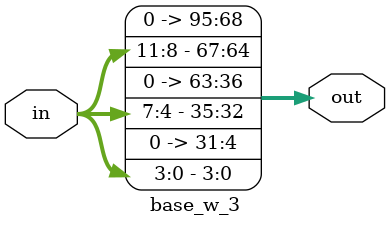
<source format=v>
`timescale 1ns / 1ps


module base_w_3(input wire [11:0] in,
             output wire [95:0] out);
assign out[31:0] = in[3:0];
assign out[63:32] = in[7:4];
assign out[95:64] = in[11:8];
endmodule

</source>
